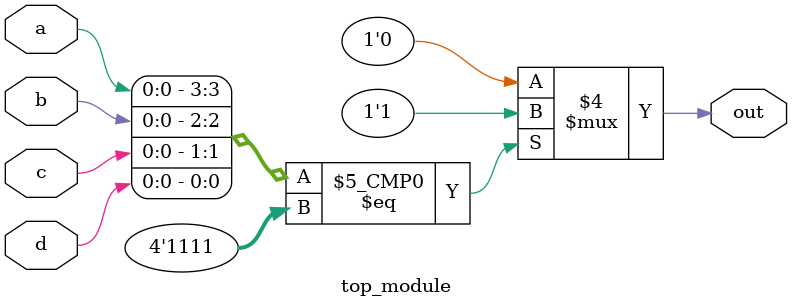
<source format=sv>
module top_module (
    input a, 
    input b,
    input c,
    input d,
    output reg out
);

always @(*) begin
    case ({a, b, c, d})
        4'b0000: out = 0;
        4'b1111: out = 1;
        4'b0101: out = 0;
        default: out = 0; // default case for all other combinations
    endcase
end

endmodule

</source>
